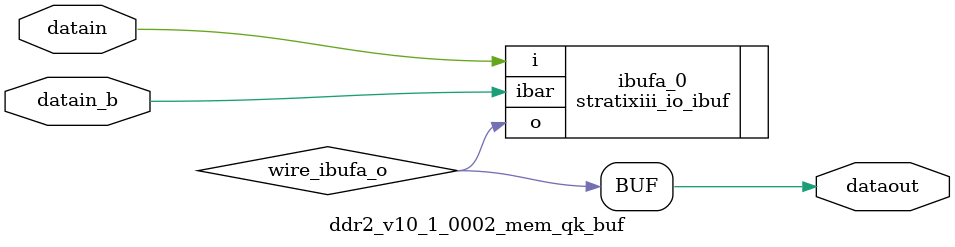
<source format=v>






//synthesis_resources = stratixiii_io_ibuf 1 
//synopsys translate_off
`timescale 1 ps / 1 ps
//synopsys translate_on
module  ddr2_v10_1_0002_mem_qk_buf
	( 
	datain,
	datain_b,
	dataout) /* synthesis synthesis_clearbox=1 */;
	input   [0:0]  datain;
	input   [0:0]  datain_b;
	output   [0:0]  dataout;
`ifndef ALTERA_RESERVED_QIS
// synopsys translate_off
`endif
	tri0   [0:0]  datain_b;
`ifndef ALTERA_RESERVED_QIS
// synopsys translate_on
`endif

	wire  [0:0]   wire_ibufa_o;

	stratixiii_io_ibuf   ibufa_0
	( 
	.i(datain),
	.ibar(datain_b),
	.o(wire_ibufa_o[0:0])
	`ifndef FORMAL_VERIFICATION
	// synopsys translate_off
	`endif
	,
	.dynamicterminationcontrol(1'b0)
	`ifndef FORMAL_VERIFICATION
	// synopsys translate_on
	`endif
	);
	defparam
		ibufa_0.bus_hold = "false",
		ibufa_0.differential_mode = "true",
		ibufa_0.lpm_type = "stratixiii_io_ibuf";
	assign
		dataout = wire_ibufa_o;
endmodule //ddr2_v10_1_0002_mem_qk_buf
//VALID FILE

</source>
